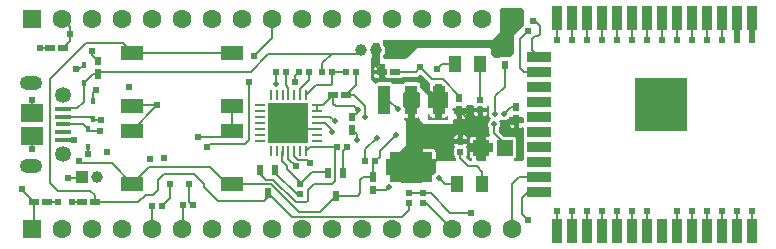
<source format=gtl>
G04 Layer: TopLayer*
G04 EasyEDA v6.5.42, 2024-04-08 08:38:15*
G04 e5b43dc0649c40c7af9ec927a61642e9,25835901624346e3b29966769a4e042a,10*
G04 Gerber Generator version 0.2*
G04 Scale: 100 percent, Rotated: No, Reflected: No *
G04 Dimensions in inches *
G04 leading zeros omitted , absolute positions ,3 integer and 6 decimal *
%FSLAX36Y36*%
%MOIN*%

%AMMACRO1*21,1,$1,$2,0,0,$3*%
%ADD10C,0.0060*%
%ADD11C,0.0210*%
%ADD12R,0.0207X0.0362*%
%ADD13MACRO1,0.0213X0.0311X-90.0000*%
%ADD14MACRO1,0.0213X0.0311X0.0000*%
%ADD15R,0.0213X0.0311*%
%ADD16MACRO1,0.0213X0.0311X90.0000*%
%ADD17MACRO1,0.0532X0.0555X-90.0000*%
%ADD18R,0.0157X0.0236*%
%ADD19MACRO1,0.0158X0.0512X-90.0000*%
%ADD20R,0.0512X0.0157*%
%ADD21MACRO1,0.0157X0.0512X-90.0000*%
%ADD22R,0.0748X0.0591*%
%ADD23MACRO1,0.0394X0.0551X0.0000*%
%ADD24R,0.0394X0.0551*%
%ADD25MACRO1,0.0213X0.0223X0.0000*%
%ADD26R,0.0213X0.0223*%
%ADD27MACRO1,0.0213X0.0223X-90.0000*%
%ADD28MACRO1,0.0213X0.0223X90.0000*%
%ADD29R,0.0386X0.0972*%
%ADD30MACRO1,0.1417X0.0972X0.0000*%
%ADD31R,0.0356X0.0110*%
%ADD32R,0.0110X0.0356*%
%ADD33R,0.1319X0.1319*%
%ADD34R,0.0374X0.0827*%
%ADD35R,0.0827X0.0374*%
%ADD36R,0.0354X0.0354*%
%ADD37R,0.0748X0.0512*%
%ADD38MACRO1,0.063X0.063X0.0000*%
%ADD39C,0.0630*%
%ADD40C,0.0394*%
%ADD41C,0.0532*%
%ADD42O,0.074803X0.047240000000000004*%
%ADD43R,0.0394X0.0394*%
%ADD44C,0.0244*%
%ADD45C,0.0200*%
%ADD46C,0.0240*%
%ADD47C,0.0113*%

%LPD*%
G36*
X2228900Y819300D02*
G01*
X2227360Y819599D01*
X2226080Y820480D01*
X2225200Y821760D01*
X2224900Y823300D01*
X2224900Y827200D01*
X2225140Y828560D01*
X2225820Y829760D01*
X2226660Y830780D01*
X2229000Y834720D01*
X2230720Y838960D01*
X2231760Y843420D01*
X2232100Y847980D01*
X2231760Y852540D01*
X2230720Y856979D01*
X2229000Y861240D01*
X2226660Y865160D01*
X2225820Y866200D01*
X2225140Y867400D01*
X2224900Y868740D01*
X2224900Y877400D01*
X2225200Y878940D01*
X2226080Y880220D01*
X2227360Y881100D01*
X2228900Y881400D01*
X2591000Y881400D01*
X2591680Y881680D01*
X2613220Y903220D01*
X2613500Y903900D01*
X2613500Y979740D01*
X2613800Y981280D01*
X2614680Y982580D01*
X2618820Y986720D01*
X2620120Y987600D01*
X2621660Y987900D01*
X2686139Y987900D01*
X2687679Y987600D01*
X2688980Y986720D01*
X2692320Y983379D01*
X2693200Y982080D01*
X2693500Y980540D01*
X2693500Y929640D01*
X2693140Y928000D01*
X2692140Y926640D01*
X2690840Y925500D01*
X2689600Y924000D01*
X2663080Y897480D01*
X2662799Y896800D01*
X2662799Y839560D01*
X2662500Y838020D01*
X2661620Y836720D01*
X2649380Y824479D01*
X2648159Y823660D01*
X2646720Y823319D01*
X2645240Y823540D01*
X2643900Y824020D01*
X2641400Y824300D01*
X2620600Y824300D01*
X2618100Y824020D01*
X2615960Y823259D01*
X2614020Y822039D01*
X2613140Y821180D01*
X2611860Y820300D01*
X2610320Y820000D01*
X2599460Y820000D01*
X2597919Y820300D01*
X2596620Y821180D01*
X2584680Y833120D01*
X2583800Y834419D01*
X2583500Y835960D01*
X2583500Y850300D01*
X2583220Y850980D01*
X2580179Y854020D01*
X2579500Y854300D01*
X2338200Y854300D01*
X2337520Y854020D01*
X2303980Y820480D01*
X2302680Y819599D01*
X2301140Y819300D01*
G37*

%LPD*%
G36*
X2377500Y613400D02*
G01*
X2375960Y613700D01*
X2374680Y614580D01*
X2373800Y615860D01*
X2373500Y617400D01*
X2373500Y629600D01*
X2373820Y631160D01*
X2374720Y632460D01*
X2376060Y633320D01*
X2377620Y633580D01*
X2379180Y633220D01*
X2380460Y632280D01*
X2381280Y630920D01*
X2382100Y628580D01*
X2383300Y626640D01*
X2384920Y625040D01*
X2386840Y623820D01*
X2389000Y623080D01*
X2391480Y622800D01*
X2398400Y622800D01*
X2398400Y654800D01*
X2377500Y654800D01*
X2375960Y655100D01*
X2374680Y655980D01*
X2373800Y657280D01*
X2373500Y658800D01*
X2373500Y698300D01*
X2373220Y699080D01*
X2350660Y721640D01*
X2349800Y722940D01*
X2349500Y724460D01*
X2349500Y730020D01*
X2349220Y732500D01*
X2348460Y734659D01*
X2347240Y736580D01*
X2345640Y738199D01*
X2343700Y739400D01*
X2341560Y740160D01*
X2339060Y740440D01*
X2300940Y740440D01*
X2298440Y740160D01*
X2296300Y739400D01*
X2294380Y738199D01*
X2292360Y736120D01*
X2291040Y735220D01*
X2289480Y734900D01*
X2259960Y734900D01*
X2258400Y735220D01*
X2257100Y736120D01*
X2255060Y738199D01*
X2253160Y739400D01*
X2251000Y740160D01*
X2248520Y740440D01*
X2210380Y740440D01*
X2207900Y740160D01*
X2205740Y739400D01*
X2203820Y738199D01*
X2202540Y736919D01*
X2201240Y736040D01*
X2199720Y735740D01*
X2198180Y736040D01*
X2196880Y736919D01*
X2185280Y748520D01*
X2184400Y749820D01*
X2184100Y751360D01*
X2184100Y817200D01*
X2184440Y818820D01*
X2185400Y820140D01*
X2186800Y820980D01*
X2188440Y821180D01*
X2189900Y820759D01*
X2189900Y835639D01*
X2188100Y835639D01*
X2186560Y835939D01*
X2185280Y836800D01*
X2184400Y838100D01*
X2184100Y839640D01*
X2184100Y856320D01*
X2184400Y857840D01*
X2185280Y859140D01*
X2186560Y860020D01*
X2188100Y860320D01*
X2189900Y860320D01*
X2189900Y866000D01*
X2190200Y867540D01*
X2191060Y868820D01*
X2192360Y869700D01*
X2193900Y870000D01*
X2210580Y870000D01*
X2212100Y869700D01*
X2213400Y868820D01*
X2214280Y867540D01*
X2214580Y866000D01*
X2214580Y857300D01*
X2214700Y856320D01*
X2214700Y839640D01*
X2214580Y838660D01*
X2214580Y817720D01*
X2215380Y815900D01*
X2215600Y814580D01*
X2215600Y803700D01*
X2215880Y803020D01*
X2217100Y801700D01*
X2217800Y801500D01*
X2227780Y801500D01*
X2229320Y801200D01*
X2230600Y800320D01*
X2231480Y799040D01*
X2231780Y797500D01*
X2231780Y782159D01*
X2234660Y782159D01*
X2236200Y781860D01*
X2237500Y781000D01*
X2238360Y779700D01*
X2238660Y778160D01*
X2238660Y770540D01*
X2238360Y769000D01*
X2237500Y767700D01*
X2236200Y766840D01*
X2234660Y766540D01*
X2231780Y766540D01*
X2231780Y753520D01*
X2236840Y753520D01*
X2239320Y753800D01*
X2241640Y754620D01*
X2242960Y754840D01*
X2244280Y754620D01*
X2246600Y753800D01*
X2249100Y753520D01*
X2279740Y753520D01*
X2282240Y753800D01*
X2284380Y754560D01*
X2286320Y755759D01*
X2288820Y758340D01*
X2289980Y758940D01*
X2291260Y759160D01*
X2334160Y759160D01*
X2337320Y759460D01*
X2340160Y760320D01*
X2342780Y761740D01*
X2345520Y764020D01*
X2346820Y764900D01*
X2348360Y765200D01*
X2351640Y765200D01*
X2353180Y764900D01*
X2354480Y764020D01*
X2379120Y739400D01*
X2380560Y738199D01*
X2381580Y736960D01*
X2382000Y735400D01*
X2381800Y733800D01*
X2381340Y732500D01*
X2381060Y730020D01*
X2381060Y708420D01*
X2398400Y708420D01*
X2398400Y730800D01*
X2398700Y732340D01*
X2399580Y733620D01*
X2400880Y734500D01*
X2402400Y734800D01*
X2418700Y734800D01*
X2420220Y734500D01*
X2421520Y733620D01*
X2422400Y732340D01*
X2422700Y730800D01*
X2422700Y708420D01*
X2439300Y708420D01*
X2440840Y708120D01*
X2442120Y707260D01*
X2443000Y705960D01*
X2443300Y704419D01*
X2443300Y658800D01*
X2443000Y657280D01*
X2442120Y655980D01*
X2440840Y655100D01*
X2439300Y654800D01*
X2422700Y654800D01*
X2422700Y622800D01*
X2429620Y622800D01*
X2432100Y623080D01*
X2434260Y623820D01*
X2436180Y625040D01*
X2437760Y626180D01*
X2439300Y626500D01*
X2440840Y626180D01*
X2442120Y625320D01*
X2443000Y624020D01*
X2443300Y622500D01*
X2443300Y617400D01*
X2443000Y615860D01*
X2442120Y614580D01*
X2440840Y613700D01*
X2439300Y613400D01*
G37*

%LPC*%
G36*
X2206180Y753520D02*
G01*
X2211220Y753520D01*
X2211220Y766540D01*
X2195760Y766540D01*
X2195760Y763940D01*
X2196040Y761460D01*
X2196780Y759300D01*
X2198000Y757380D01*
X2199600Y755759D01*
X2201540Y754560D01*
X2203680Y753800D01*
G37*
G36*
X2195760Y782159D02*
G01*
X2211220Y782159D01*
X2211220Y795180D01*
X2206180Y795180D01*
X2203680Y794900D01*
X2201540Y794140D01*
X2199600Y792940D01*
X2198000Y791320D01*
X2196780Y789400D01*
X2196040Y787240D01*
X2195760Y784760D01*
G37*

%LPD*%
G36*
X3069400Y578200D02*
G01*
X3067860Y578500D01*
X3066580Y579380D01*
X3065700Y580660D01*
X3065400Y582200D01*
X3065400Y750400D01*
X3065700Y751940D01*
X3066580Y753220D01*
X3067860Y754100D01*
X3069400Y754400D01*
X3235200Y754400D01*
X3236740Y754100D01*
X3238020Y753220D01*
X3238900Y751940D01*
X3239200Y750400D01*
X3239200Y582200D01*
X3238900Y580660D01*
X3238020Y579380D01*
X3236740Y578500D01*
X3235200Y578200D01*
G37*

%LPD*%
G36*
X2664600Y478900D02*
G01*
X2662940Y479260D01*
X2661560Y480300D01*
X2660760Y481820D01*
X2660659Y483519D01*
X2661280Y485120D01*
X2662520Y486320D01*
X2664960Y487819D01*
X2666560Y489400D01*
X2667780Y491340D01*
X2668519Y493480D01*
X2668800Y495980D01*
X2668800Y548680D01*
X2668519Y551160D01*
X2667780Y553320D01*
X2666560Y555240D01*
X2664940Y556860D01*
X2663020Y558060D01*
X2660880Y558820D01*
X2658380Y559100D01*
X2629060Y559100D01*
X2627520Y559400D01*
X2626220Y560280D01*
X2611380Y575120D01*
X2610500Y576420D01*
X2610200Y577960D01*
X2610200Y585420D01*
X2610400Y586660D01*
X2610960Y587780D01*
X2612320Y589640D01*
X2613900Y592900D01*
X2614860Y596400D01*
X2615179Y600000D01*
X2614860Y603600D01*
X2613900Y607100D01*
X2612900Y609160D01*
X2612500Y610720D01*
X2612760Y612300D01*
X2613620Y613660D01*
X2614940Y614580D01*
X2616500Y614900D01*
X2636400Y614900D01*
X2637080Y615180D01*
X2638260Y616360D01*
X2642660Y619300D01*
X2645200Y621720D01*
X2646420Y623060D01*
X2647520Y623620D01*
X2648759Y623820D01*
X2662180Y623820D01*
X2662180Y626700D01*
X2662480Y628240D01*
X2663360Y629540D01*
X2664660Y630400D01*
X2666180Y630700D01*
X2673820Y630700D01*
X2675340Y630400D01*
X2676640Y629540D01*
X2677520Y628240D01*
X2677820Y626700D01*
X2677820Y623820D01*
X2690040Y623820D01*
X2691560Y623520D01*
X2692860Y622640D01*
X2693740Y621340D01*
X2694040Y619820D01*
X2694040Y607260D01*
X2693740Y605740D01*
X2692860Y604440D01*
X2691560Y603560D01*
X2690040Y603260D01*
X2677820Y603260D01*
X2677820Y587780D01*
X2680400Y587780D01*
X2682900Y588060D01*
X2685040Y588820D01*
X2688500Y591140D01*
X2690040Y591440D01*
X2691560Y591140D01*
X2692860Y590260D01*
X2693740Y588960D01*
X2694040Y587440D01*
X2694040Y556520D01*
X2694320Y554040D01*
X2695280Y551360D01*
X2695520Y550000D01*
X2695280Y548640D01*
X2694320Y545940D01*
X2694040Y543460D01*
X2694040Y506520D01*
X2694320Y504040D01*
X2695280Y501360D01*
X2695520Y500000D01*
X2695280Y498640D01*
X2694320Y495940D01*
X2694040Y493459D01*
X2694040Y484799D01*
X2693740Y483260D01*
X2692860Y481960D01*
X2690980Y480080D01*
X2689680Y479200D01*
X2688140Y478900D01*
G37*

%LPC*%
G36*
X2659600Y587780D02*
G01*
X2662180Y587780D01*
X2662180Y603260D01*
X2649180Y603260D01*
X2649180Y598220D01*
X2649460Y595720D01*
X2650200Y593580D01*
X2651420Y591640D01*
X2653020Y590040D01*
X2654960Y588820D01*
X2657100Y588060D01*
G37*

%LPD*%
G36*
X2286060Y405900D02*
G01*
X2284540Y406200D01*
X2283240Y407080D01*
X2282380Y408360D01*
X2282060Y409900D01*
X2282060Y431580D01*
X2237600Y431580D01*
X2236060Y431880D01*
X2234780Y432740D01*
X2233900Y434040D01*
X2233600Y435580D01*
X2233600Y481200D01*
X2233900Y482720D01*
X2234780Y484020D01*
X2236060Y484900D01*
X2237600Y485200D01*
X2282060Y485200D01*
X2282060Y510220D01*
X2282280Y511520D01*
X2282900Y512660D01*
X2283840Y513560D01*
X2284780Y514180D01*
X2301520Y530920D01*
X2301800Y531600D01*
X2301800Y609500D01*
X2301520Y610180D01*
X2295460Y616240D01*
X2294560Y617600D01*
X2294300Y619220D01*
X2294680Y620800D01*
X2295680Y622100D01*
X2297120Y622880D01*
X2298740Y623040D01*
X2300940Y622800D01*
X2307860Y622800D01*
X2307860Y654800D01*
X2297520Y654800D01*
X2296060Y655080D01*
X2294800Y655879D01*
X2293900Y657060D01*
X2292900Y659160D01*
X2292500Y660900D01*
X2292500Y704419D01*
X2292800Y705960D01*
X2293680Y707260D01*
X2294960Y708120D01*
X2296500Y708420D01*
X2307860Y708420D01*
X2307860Y720699D01*
X2308160Y722240D01*
X2309020Y723520D01*
X2310320Y724400D01*
X2311860Y724700D01*
X2328140Y724700D01*
X2329680Y724400D01*
X2330980Y723520D01*
X2331840Y722240D01*
X2332140Y720699D01*
X2332140Y708420D01*
X2342800Y708420D01*
X2344340Y708120D01*
X2345620Y707260D01*
X2346500Y705960D01*
X2346800Y704419D01*
X2346800Y658800D01*
X2346500Y657280D01*
X2345620Y655980D01*
X2344340Y655100D01*
X2342800Y654800D01*
X2332140Y654800D01*
X2332140Y622800D01*
X2339060Y622800D01*
X2343040Y623260D01*
X2344500Y622900D01*
X2345720Y622000D01*
X2346520Y620740D01*
X2346800Y619260D01*
X2346800Y616300D01*
X2347080Y615620D01*
X2361520Y601180D01*
X2362200Y600900D01*
X2454140Y600900D01*
X2455680Y600600D01*
X2456980Y599720D01*
X2457740Y599020D01*
X2457800Y599300D01*
X2457800Y612240D01*
X2458100Y613780D01*
X2458980Y615080D01*
X2460520Y616620D01*
X2460840Y617080D01*
X2462100Y618280D01*
X2463740Y618840D01*
X2465480Y618640D01*
X2467100Y618060D01*
X2469600Y617780D01*
X2472180Y617780D01*
X2472180Y633260D01*
X2464800Y633260D01*
X2463260Y633560D01*
X2461980Y634440D01*
X2461100Y635740D01*
X2460800Y637260D01*
X2460800Y643500D01*
X2460520Y644180D01*
X2457720Y646979D01*
X2456840Y648280D01*
X2456540Y649820D01*
X2456840Y651340D01*
X2457720Y652640D01*
X2459000Y653520D01*
X2460540Y653820D01*
X2472180Y653820D01*
X2472180Y656700D01*
X2472480Y658240D01*
X2473360Y659539D01*
X2474660Y660400D01*
X2476180Y660699D01*
X2483820Y660699D01*
X2485340Y660400D01*
X2486640Y659539D01*
X2487520Y658240D01*
X2487820Y656700D01*
X2487820Y653820D01*
X2500840Y653820D01*
X2500840Y658900D01*
X2501140Y660440D01*
X2502000Y661720D01*
X2503300Y662600D01*
X2504840Y662900D01*
X2525180Y662900D01*
X2526700Y662600D01*
X2528000Y661720D01*
X2528860Y660440D01*
X2529180Y658900D01*
X2529180Y656020D01*
X2542180Y656020D01*
X2542180Y656700D01*
X2542480Y658240D01*
X2543360Y659539D01*
X2544660Y660400D01*
X2546180Y660699D01*
X2553820Y660699D01*
X2555340Y660400D01*
X2556640Y659539D01*
X2557520Y658240D01*
X2557820Y656700D01*
X2557820Y656020D01*
X2570840Y656020D01*
X2570840Y658900D01*
X2571139Y660440D01*
X2572000Y661720D01*
X2573300Y662600D01*
X2574840Y662900D01*
X2575800Y662900D01*
X2577340Y662600D01*
X2578620Y661720D01*
X2579500Y660440D01*
X2579800Y658900D01*
X2579800Y626300D01*
X2580080Y625620D01*
X2583480Y622220D01*
X2584400Y620820D01*
X2584640Y619160D01*
X2584200Y617560D01*
X2583140Y616260D01*
X2581060Y614580D01*
X2578680Y611860D01*
X2576820Y608760D01*
X2575539Y605360D01*
X2574900Y601800D01*
X2574900Y598200D01*
X2575539Y594640D01*
X2576820Y591240D01*
X2579540Y586740D01*
X2579800Y585340D01*
X2579800Y570200D01*
X2580120Y567040D01*
X2580960Y564260D01*
X2581120Y562780D01*
X2580720Y561360D01*
X2579840Y560160D01*
X2578580Y559380D01*
X2577120Y559100D01*
X2568480Y559100D01*
X2568480Y538120D01*
X2588900Y538120D01*
X2590419Y537800D01*
X2591720Y536940D01*
X2592580Y535640D01*
X2592900Y534120D01*
X2592900Y510540D01*
X2592580Y509000D01*
X2591720Y507700D01*
X2590419Y506840D01*
X2588900Y506540D01*
X2568480Y506540D01*
X2568480Y482900D01*
X2568180Y481360D01*
X2567320Y480080D01*
X2566019Y479200D01*
X2564480Y478900D01*
X2539740Y478900D01*
X2538200Y479200D01*
X2536900Y480080D01*
X2536040Y481360D01*
X2535740Y482900D01*
X2535740Y506540D01*
X2514160Y506540D01*
X2514160Y495980D01*
X2514440Y493480D01*
X2515180Y491340D01*
X2516400Y489400D01*
X2518000Y487819D01*
X2520440Y486320D01*
X2521680Y485120D01*
X2522300Y483519D01*
X2522200Y481820D01*
X2521400Y480300D01*
X2520020Y479260D01*
X2518360Y478900D01*
X2514260Y478900D01*
X2512720Y479200D01*
X2511420Y480080D01*
X2503420Y488080D01*
X2502640Y489180D01*
X2502260Y490460D01*
X2502340Y491800D01*
X2503080Y493400D01*
X2503840Y495560D01*
X2504120Y498040D01*
X2504120Y519860D01*
X2503840Y522360D01*
X2503020Y524680D01*
X2502800Y526000D01*
X2503020Y527320D01*
X2503840Y529640D01*
X2504120Y532120D01*
X2504120Y534960D01*
X2491100Y534960D01*
X2491100Y534300D01*
X2490800Y532760D01*
X2489920Y531460D01*
X2488640Y530600D01*
X2487100Y530300D01*
X2479480Y530300D01*
X2477940Y530600D01*
X2476640Y531460D01*
X2475780Y532760D01*
X2475480Y534300D01*
X2475480Y534960D01*
X2462460Y534960D01*
X2462460Y532120D01*
X2462740Y529640D01*
X2463540Y527320D01*
X2463780Y526000D01*
X2463540Y524680D01*
X2462740Y522360D01*
X2462460Y519860D01*
X2462460Y498040D01*
X2462740Y495560D01*
X2463480Y493400D01*
X2464700Y491480D01*
X2467540Y488600D01*
X2468100Y486920D01*
X2468460Y483300D01*
X2468280Y481659D01*
X2467460Y480220D01*
X2466100Y479240D01*
X2464480Y478900D01*
X2408200Y478900D01*
X2407260Y478360D01*
X2403080Y474180D01*
X2402800Y473500D01*
X2402800Y441100D01*
X2402540Y439700D01*
X2401820Y438480D01*
X2400700Y437580D01*
X2399320Y436840D01*
X2396480Y434580D01*
X2395060Y432939D01*
X2393700Y431940D01*
X2392040Y431580D01*
X2357940Y431580D01*
X2357940Y409900D01*
X2357620Y408360D01*
X2356760Y407080D01*
X2355460Y406200D01*
X2353940Y405900D01*
G37*

%LPC*%
G36*
X2357940Y485200D02*
G01*
X2401060Y485200D01*
X2401060Y506780D01*
X2400780Y509280D01*
X2400040Y511420D01*
X2398820Y513360D01*
X2397200Y514960D01*
X2395280Y516180D01*
X2393140Y516920D01*
X2390640Y517200D01*
X2357940Y517200D01*
G37*
G36*
X2514160Y538120D02*
G01*
X2535740Y538120D01*
X2535740Y559100D01*
X2524580Y559100D01*
X2522080Y558820D01*
X2519940Y558060D01*
X2518000Y556860D01*
X2516400Y555240D01*
X2515180Y553320D01*
X2514440Y551160D01*
X2514160Y548680D01*
G37*
G36*
X2491100Y551100D02*
G01*
X2504120Y551100D01*
X2504120Y553940D01*
X2503840Y556440D01*
X2503080Y558580D01*
X2501860Y560520D01*
X2500260Y562120D01*
X2498320Y563340D01*
X2496180Y564100D01*
X2493700Y564380D01*
X2491100Y564380D01*
G37*
G36*
X2462460Y551100D02*
G01*
X2475480Y551100D01*
X2475480Y564380D01*
X2472880Y564380D01*
X2470400Y564100D01*
X2468240Y563340D01*
X2466320Y562120D01*
X2464700Y560520D01*
X2463480Y558580D01*
X2462740Y556440D01*
X2462460Y553940D01*
G37*
G36*
X2487820Y617780D02*
G01*
X2490400Y617780D01*
X2492900Y618060D01*
X2495040Y618820D01*
X2496980Y620040D01*
X2498580Y621640D01*
X2499800Y623580D01*
X2500540Y625720D01*
X2500840Y628220D01*
X2500840Y633260D01*
X2487820Y633260D01*
G37*
G36*
X2557820Y626620D02*
G01*
X2560400Y626620D01*
X2562900Y626900D01*
X2565040Y627660D01*
X2566980Y628880D01*
X2568580Y630480D01*
X2569800Y632420D01*
X2570539Y634560D01*
X2570840Y637040D01*
X2570840Y639900D01*
X2557820Y639900D01*
G37*
G36*
X2539600Y626620D02*
G01*
X2542180Y626620D01*
X2542180Y639900D01*
X2529180Y639900D01*
X2529180Y637040D01*
X2529460Y634560D01*
X2530200Y632420D01*
X2531420Y630480D01*
X2533020Y628880D01*
X2534960Y627660D01*
X2537100Y626900D01*
G37*

%LPD*%
D10*
X2804430Y245664D02*
G01*
X2804430Y310000D01*
X2854430Y245664D02*
G01*
X2854430Y310000D01*
X2904430Y245664D02*
G01*
X2904430Y310000D01*
X2954430Y245664D02*
G01*
X2954430Y310000D01*
X3004430Y245664D02*
G01*
X3004430Y310000D01*
X3054430Y245664D02*
G01*
X3054430Y310000D01*
X3104430Y245664D02*
G01*
X3104430Y310000D01*
X3204430Y245664D02*
G01*
X3204430Y310000D01*
X3254430Y245664D02*
G01*
X3254430Y310000D01*
X3304430Y245664D02*
G01*
X3304430Y310000D01*
X3354430Y245664D02*
G01*
X3354430Y310000D01*
X3404430Y245664D02*
G01*
X3404430Y310000D01*
X3454430Y245664D02*
G01*
X3454430Y310000D01*
X3354430Y954335D02*
G01*
X3354430Y880000D01*
X3304430Y954335D02*
G01*
X3304430Y880000D01*
X3254430Y954335D02*
G01*
X3254430Y880000D01*
X3204430Y954335D02*
G01*
X3204430Y880000D01*
X3154430Y954335D02*
G01*
X3154430Y880000D01*
X3104430Y954335D02*
G01*
X3104430Y880000D01*
X3054430Y954335D02*
G01*
X3054430Y880000D01*
X3004430Y954335D02*
G01*
X3004430Y880000D01*
X2954430Y954335D02*
G01*
X2954430Y880000D01*
X2904430Y954335D02*
G01*
X2904430Y880000D01*
X2854430Y954335D02*
G01*
X2854430Y880000D01*
X2804430Y954335D02*
G01*
X2804430Y880000D01*
X2745569Y774994D02*
G01*
X2696004Y774994D01*
X2683000Y788000D01*
X2683000Y871999D01*
X2683000Y885999D01*
X2706999Y910000D01*
X2264423Y774353D02*
G01*
X2334353Y774353D01*
X2350000Y790000D01*
X2466665Y800913D02*
G01*
X2420913Y800913D01*
X2405000Y785000D01*
X2102201Y697343D02*
G01*
X2127655Y697343D01*
X2165000Y660000D01*
X2165000Y625000D01*
X1867264Y774935D02*
G01*
X1867264Y735000D01*
X1945228Y774380D02*
G01*
X1931000Y760149D01*
X1931000Y740999D01*
X2670000Y656460D02*
G01*
X2651459Y656460D01*
X2630000Y635000D01*
X2631000Y798539D02*
G01*
X2631000Y725999D01*
X2600000Y695000D01*
X2600000Y635000D01*
X2745569Y424994D02*
G01*
X2679994Y424994D01*
X2655000Y400000D01*
X2655000Y250000D01*
X2745569Y374994D02*
G01*
X2709994Y374994D01*
X2690000Y355000D01*
X2690000Y300000D01*
X2710000Y280000D01*
X2520000Y305000D02*
G01*
X2450000Y305000D01*
X2383765Y371235D01*
X2357452Y371235D01*
X2357500Y371199D02*
G01*
X2311499Y371599D01*
X2357452Y337154D02*
G01*
X2367844Y337154D01*
X2455000Y250000D01*
X2190555Y381439D02*
G01*
X2236439Y381439D01*
X2245000Y390000D01*
X2472959Y399618D02*
G01*
X2430819Y399618D01*
X2410437Y420000D01*
X1556894Y331232D02*
G01*
X1556894Y251894D01*
X1555000Y250000D01*
X1455200Y329200D02*
G01*
X1455000Y250000D01*
X1590972Y331233D02*
G01*
X1580000Y342204D01*
X1580000Y400000D01*
X1489306Y329194D02*
G01*
X1515000Y354888D01*
X1515000Y400000D01*
X2229449Y681610D02*
G01*
X2243389Y681610D01*
X2275000Y650000D01*
X2480000Y643539D02*
G01*
X2481459Y643539D01*
X2515000Y610000D01*
X2530000Y610000D01*
X2550000Y647959D02*
G01*
X2550000Y630000D01*
X2530000Y610000D01*
X2630848Y522325D02*
G01*
X2630848Y534151D01*
X2595000Y570000D01*
X2595000Y600000D01*
X2670000Y613539D02*
G01*
X2656459Y600000D01*
X2630000Y600000D01*
X2199493Y476417D02*
G01*
X2190555Y467478D01*
X2190555Y424358D01*
X2070736Y361035D02*
G01*
X2067565Y361035D01*
X2066999Y361599D01*
X2141599Y361599D01*
X2150000Y370000D01*
X2150000Y415000D01*
X2159359Y424358D01*
X2190556Y424358D01*
X2555699Y399600D02*
G01*
X2556000Y441999D01*
X2536999Y460999D01*
X2508999Y460999D01*
X2483299Y486700D01*
X2483299Y509000D01*
X1969049Y511399D02*
G01*
X1981660Y524009D01*
X2070968Y524009D01*
X2105048Y524009D02*
G01*
X2092590Y511550D01*
X2092590Y436399D01*
X1950000Y401999D02*
G01*
X1988000Y439800D01*
X2033299Y439800D01*
X1910000Y511399D02*
G01*
X1910000Y485999D01*
X1935000Y460999D01*
X2549399Y800900D02*
G01*
X2550000Y681999D01*
X2320000Y681610D02*
G01*
X2328999Y672609D01*
X2328999Y605999D01*
X2320000Y596999D01*
X2320000Y458389D01*
X2552100Y522300D02*
G01*
X2548999Y525399D01*
X2548999Y573000D01*
X2540000Y581999D01*
X2320000Y581999D01*
X2483299Y543000D02*
G01*
X2483500Y581999D01*
X2530000Y610000D02*
G01*
X2530100Y581999D01*
X3096909Y714175D02*
G01*
X3096909Y659054D01*
X3096909Y659054D02*
G01*
X3096909Y603935D01*
X3152030Y714175D02*
G01*
X3152030Y659065D01*
X2745569Y824994D02*
G01*
X2721999Y848564D01*
X2721999Y884000D01*
X2733000Y895000D01*
X2741999Y895000D01*
X2748999Y901999D01*
X2748999Y928000D01*
X2731999Y945000D01*
X2725000Y945000D01*
X2655000Y950000D02*
G01*
X2631000Y925999D01*
X2631000Y841460D01*
X2631000Y841460D02*
G01*
X2607460Y865000D01*
X2301999Y865000D01*
X2284975Y847975D01*
X2252235Y847975D01*
X2410550Y681610D02*
G01*
X2343159Y749000D01*
X2240000Y749000D01*
X2221502Y767498D01*
X2221502Y774351D01*
X2221502Y774351D02*
G01*
X2202235Y793618D01*
X2202235Y847975D01*
X2152235Y847975D02*
G01*
X2140259Y835999D01*
X2053999Y835999D01*
X2022635Y804634D01*
X2022635Y773454D01*
X1969049Y698600D02*
G01*
X2000450Y730000D01*
X2051999Y730000D01*
X2056715Y734715D01*
X2056715Y773454D01*
X2102600Y774000D02*
G01*
X2056700Y773499D01*
X2102200Y697343D02*
G01*
X2136715Y731858D01*
X2136715Y774009D01*
X1949399Y698600D02*
G01*
X1949399Y718299D01*
X1979300Y748200D01*
X1979300Y774400D01*
X1910000Y698600D02*
G01*
X1910000Y721999D01*
X1901300Y730700D01*
X1901300Y774899D01*
X1275555Y768661D02*
G01*
X1280893Y774000D01*
X1783999Y774000D01*
X1840000Y830000D01*
X1840000Y830999D01*
X1845000Y835999D01*
X2053999Y835999D01*
X1226984Y737764D02*
G01*
X1257879Y768661D01*
X1275555Y768661D01*
X1157357Y651179D02*
G01*
X1160177Y654000D01*
X1205000Y654000D01*
X1226984Y675983D01*
X1226984Y737764D01*
X1157358Y625601D02*
G01*
X1249879Y625601D01*
X1256999Y618479D01*
X1157358Y600000D02*
G01*
X1224520Y600000D01*
X1241000Y583519D01*
X1389650Y838580D02*
G01*
X1720349Y838580D01*
X2059279Y697343D02*
G01*
X2025996Y664059D01*
X2003599Y664059D01*
X2003599Y644369D02*
G01*
X2003599Y664059D01*
X2122997Y580540D02*
G01*
X2136999Y566538D01*
X2136999Y546999D01*
X2122997Y623458D02*
G01*
X2141999Y642460D01*
X2141999Y648000D01*
X2165412Y476417D02*
G01*
X2165412Y516412D01*
X2203999Y555000D01*
X2141999Y648000D02*
G01*
X2128999Y661001D01*
X2067002Y661001D01*
X2059282Y668721D01*
X2059282Y697343D01*
X1241000Y583524D02*
G01*
X1246525Y578000D01*
X1281999Y578000D01*
X1256999Y618474D02*
G01*
X1261475Y614000D01*
X1286000Y614000D01*
X2003599Y624699D02*
G01*
X2049399Y624699D01*
X2064399Y609699D01*
X1720352Y578578D02*
G01*
X1699171Y557399D01*
X1610000Y557399D01*
X1389647Y661421D02*
G01*
X1391228Y663000D01*
X1470399Y663000D01*
X1241000Y524475D02*
G01*
X1241000Y501999D01*
X1256999Y677525D02*
G01*
X1256999Y704000D01*
X1268000Y715000D01*
X1275559Y811579D02*
G01*
X1255000Y832139D01*
X1255000Y843899D01*
X1226984Y796815D02*
G01*
X1213168Y783000D01*
X1201999Y783000D01*
X1114700Y854200D02*
G01*
X1083000Y854000D01*
X1389600Y838600D02*
G01*
X1358199Y870000D01*
X1236000Y870000D01*
X1116000Y750000D01*
X1116000Y405999D01*
X1143000Y379000D01*
X1250000Y379000D01*
X1264200Y364800D01*
X1264200Y339899D01*
X1157399Y548800D02*
G01*
X1193999Y549000D01*
X1105900Y341199D02*
G01*
X1143000Y340999D01*
X1221300Y339899D02*
G01*
X1188999Y340000D01*
X1054600Y639400D02*
G01*
X1055000Y680999D01*
X1054600Y560599D02*
G01*
X1055000Y518000D01*
X1389650Y401419D02*
G01*
X1321069Y470000D01*
X1265000Y470000D01*
X1389650Y401419D02*
G01*
X1321069Y470000D01*
X1221999Y470000D01*
X1213000Y479000D01*
X1213000Y479000D01*
X1389650Y401419D02*
G01*
X1445230Y456999D01*
X1648000Y456999D01*
X1703580Y401419D01*
X1720349Y401419D01*
X1795000Y828000D02*
G01*
X1855000Y888000D01*
X1855000Y950000D01*
X1062983Y341233D02*
G01*
X1022200Y382015D01*
X1022200Y384600D01*
X1055000Y250000D02*
G01*
X1062983Y257984D01*
X1062983Y341232D01*
X1223055Y425715D02*
G01*
X1218341Y420999D01*
X1173999Y420999D01*
X1157573Y854194D02*
G01*
X1180699Y877321D01*
X1180699Y900199D01*
X1890299Y511399D02*
G01*
X1888999Y510100D01*
X1888999Y478000D01*
X1906000Y460999D01*
X1906000Y450999D01*
X1950000Y406999D01*
X1950000Y401999D01*
X1636999Y524000D02*
G01*
X1646999Y534000D01*
X1701000Y534000D01*
X1746999Y534000D01*
X1766000Y534000D01*
X1780000Y548000D01*
X1780000Y741999D01*
X1841846Y357701D02*
G01*
X1829144Y345000D01*
X1675000Y345000D01*
X1630000Y390000D01*
X1630000Y400000D01*
X1595000Y435000D01*
X1495000Y435000D01*
X1475000Y415000D01*
X1475000Y380000D01*
X1460000Y365000D01*
X1434340Y365000D01*
X1409275Y339935D01*
X1264237Y339935D01*
X1840303Y372271D02*
G01*
X1920576Y291999D01*
X2290000Y291999D01*
X2311526Y313526D01*
X2311526Y337525D01*
X1865900Y447100D02*
G01*
X1865900Y439099D01*
X1936999Y368000D01*
X1950000Y368000D01*
X1814700Y447100D02*
G01*
X1814700Y435300D01*
X1833999Y415999D01*
X1858999Y415999D01*
X1935000Y340000D01*
X1970000Y340000D01*
X1975000Y345000D01*
X1975000Y380000D01*
X1995000Y400000D01*
X2055000Y400000D01*
X2065000Y410000D01*
X2065000Y518000D01*
X2071000Y524000D01*
X2066999Y361599D02*
G01*
X2014399Y309000D01*
X1945000Y309000D01*
X1852600Y401399D01*
X1720399Y401399D01*
X2003599Y585320D02*
G01*
X1929679Y585320D01*
X1910000Y605000D01*
X1929700Y511399D02*
G01*
X1929700Y494600D01*
X1943299Y480999D01*
X1971999Y480999D01*
X1981000Y471999D01*
X2003599Y605000D02*
G01*
X2030900Y605000D01*
X2054499Y581399D01*
X2054499Y574499D01*
X1389647Y578578D02*
G01*
X1389650Y578580D01*
X1470399Y663000D01*
X1720349Y578580D02*
G01*
X1720349Y661419D01*
X2199493Y476417D02*
G01*
X2215600Y492523D01*
X2215600Y511500D01*
X2269499Y565399D01*
X2269700Y565399D01*
D11*
X3454430Y954335D02*
G01*
X3454430Y880000D01*
X3404430Y954335D02*
G01*
X3404430Y880000D01*
D10*
X1155000Y950000D02*
G01*
X1180699Y924299D01*
X1180699Y900199D01*
X2480000Y686500D02*
G01*
X2480000Y693699D01*
X2423699Y750000D01*
X2390000Y750000D01*
X2350000Y790000D01*
D12*
G01*
X2092590Y436399D03*
G01*
X2041409Y436399D03*
G01*
X2066999Y361599D03*
G01*
X1865889Y447069D03*
G01*
X1814709Y447069D03*
G01*
X1840299Y372269D03*
D13*
G01*
X2221503Y774351D03*
G01*
X2264421Y774351D03*
D14*
G01*
X2480000Y643541D03*
D15*
G01*
X2480000Y686460D03*
D13*
G01*
X2059281Y697343D03*
G01*
X2102199Y697343D03*
D14*
G01*
X2123000Y580540D03*
D15*
G01*
X2123000Y623460D03*
D14*
G01*
X1275554Y768661D03*
D15*
G01*
X1275559Y811579D03*
D13*
G01*
X1062984Y341232D03*
G01*
X1105902Y341232D03*
D16*
G01*
X1157569Y854194D03*
G01*
X1114651Y854194D03*
D14*
G01*
X2670000Y613541D03*
D15*
G01*
X2670000Y656460D03*
D14*
G01*
X2190554Y424358D03*
D15*
G01*
X2190559Y381439D03*
D14*
G01*
X2630999Y841458D03*
D15*
G01*
X2631000Y798539D03*
D16*
G01*
X1264236Y339936D03*
G01*
X1221318Y339936D03*
D17*
G01*
X2552107Y522324D03*
G01*
X2630850Y522324D03*
D18*
G01*
X1226980Y796810D03*
G01*
X1226980Y737759D03*
G01*
X1256999Y677519D03*
G01*
X1256999Y618470D03*
G01*
X1241000Y524470D03*
G01*
X1241000Y583519D03*
D19*
G01*
X1157356Y548800D03*
G01*
X1157356Y574400D03*
D20*
G01*
X1157359Y600000D03*
D19*
G01*
X1157356Y625599D03*
D21*
G01*
X1157356Y651180D03*
D22*
G01*
X1054600Y560630D03*
G01*
X1054610Y639369D03*
D23*
G01*
X2466662Y800914D03*
D24*
G01*
X2549359Y800909D03*
D23*
G01*
X2472959Y399618D03*
D24*
G01*
X2555659Y399619D03*
D25*
G01*
X2550000Y647959D03*
D26*
G01*
X2550000Y682040D03*
D25*
G01*
X2483285Y543038D03*
D26*
G01*
X2483289Y508960D03*
D27*
G01*
X1945227Y774380D03*
G01*
X1979308Y774380D03*
D28*
G01*
X1489308Y329194D03*
G01*
X1455227Y329194D03*
G01*
X1590974Y331232D03*
G01*
X1556893Y331232D03*
G01*
X2105048Y524010D03*
G01*
X2070967Y524010D03*
D27*
G01*
X2022634Y773453D03*
G01*
X2056715Y773453D03*
D28*
G01*
X1901345Y774936D03*
G01*
X1867264Y774936D03*
D25*
G01*
X1950000Y367959D03*
D26*
G01*
X1950000Y402040D03*
D27*
G01*
X2102634Y774010D03*
G01*
X2136715Y774010D03*
G01*
X2165412Y476416D03*
G01*
X2199493Y476416D03*
D25*
G01*
X2357453Y337154D03*
D26*
G01*
X2357449Y371239D03*
D25*
G01*
X2311527Y337524D03*
D26*
G01*
X2311530Y371610D03*
D29*
G01*
X2410550Y681610D03*
G01*
X2320000Y681610D03*
G01*
X2229449Y681610D03*
D30*
G01*
X2320000Y458386D03*
D31*
G01*
X2003599Y545949D03*
G01*
X2003599Y565630D03*
G01*
X2003599Y585320D03*
G01*
X2003599Y605000D03*
G01*
X2003599Y624690D03*
G01*
X2003599Y644369D03*
G01*
X2003599Y664059D03*
D32*
G01*
X1969049Y698600D03*
G01*
X1949369Y698600D03*
G01*
X1929679Y698600D03*
G01*
X1910000Y698600D03*
G01*
X1890309Y698600D03*
G01*
X1870630Y698600D03*
G01*
X1850940Y698600D03*
D31*
G01*
X1816400Y664059D03*
G01*
X1816400Y644369D03*
G01*
X1816400Y624690D03*
G01*
X1816400Y605000D03*
G01*
X1816400Y585320D03*
G01*
X1816400Y565630D03*
G01*
X1816400Y545949D03*
D32*
G01*
X1850940Y511399D03*
G01*
X1870630Y511399D03*
G01*
X1890309Y511399D03*
G01*
X1910000Y511399D03*
G01*
X1929679Y511399D03*
G01*
X1949369Y511399D03*
G01*
X1969049Y511399D03*
D33*
G01*
X1910000Y605000D03*
D34*
G01*
X3454430Y954329D03*
G01*
X3404430Y954329D03*
G01*
X3354430Y954329D03*
G01*
X3304430Y954329D03*
G01*
X3254430Y954329D03*
G01*
X3204430Y954329D03*
G01*
X3154430Y954329D03*
G01*
X3104430Y954329D03*
G01*
X3054430Y954329D03*
G01*
X3004430Y954329D03*
G01*
X2954430Y954329D03*
G01*
X2904430Y954329D03*
G01*
X2854430Y954329D03*
G01*
X2804430Y954329D03*
D35*
G01*
X2745569Y824989D03*
G01*
X2745569Y774989D03*
G01*
X2745569Y724989D03*
G01*
X2745569Y674989D03*
G01*
X2745569Y624989D03*
G01*
X2745569Y574989D03*
G01*
X2745569Y524989D03*
G01*
X2745569Y474989D03*
G01*
X2745569Y424989D03*
G01*
X2745569Y374989D03*
D34*
G01*
X2804430Y245670D03*
G01*
X2854430Y245670D03*
G01*
X2904430Y245670D03*
G01*
X2954430Y245670D03*
G01*
X3004430Y245670D03*
G01*
X3054430Y245670D03*
G01*
X3104430Y245670D03*
G01*
X3154430Y245670D03*
G01*
X3204430Y245670D03*
G01*
X3254430Y245670D03*
G01*
X3304430Y245670D03*
G01*
X3354430Y245670D03*
G01*
X3404430Y245670D03*
G01*
X3454430Y245670D03*
D36*
G01*
X3152030Y659059D03*
G01*
X3152030Y714169D03*
G01*
X3152030Y603939D03*
G01*
X3207150Y603939D03*
G01*
X3207150Y659050D03*
G01*
X3207150Y714169D03*
G01*
X3096909Y714169D03*
G01*
X3096909Y659050D03*
G01*
X3096909Y603939D03*
D37*
G01*
X1720349Y401419D03*
G01*
X1389650Y401419D03*
G01*
X1720349Y578580D03*
G01*
X1389650Y578580D03*
G01*
X1389650Y838580D03*
G01*
X1720349Y838580D03*
G01*
X1389650Y661419D03*
G01*
X1720349Y661419D03*
D38*
G01*
X1055000Y950000D03*
D39*
G01*
X1155000Y950000D03*
G01*
X1255000Y950000D03*
G01*
X1355000Y950000D03*
G01*
X1455000Y950000D03*
G01*
X1555000Y950000D03*
G01*
X1655000Y950000D03*
G01*
X1755000Y950000D03*
G01*
X1855000Y950000D03*
G01*
X1955000Y950000D03*
G01*
X2055000Y950000D03*
G01*
X2155000Y950000D03*
G01*
X2255000Y950000D03*
G01*
X2355000Y950000D03*
G01*
X2455000Y950000D03*
G01*
X2555000Y950000D03*
G01*
X2655000Y950000D03*
D38*
G01*
X1055000Y250000D03*
D39*
G01*
X1155000Y250000D03*
G01*
X1255000Y250000D03*
G01*
X1355000Y250000D03*
G01*
X1455000Y250000D03*
G01*
X1555000Y250000D03*
G01*
X1655000Y250000D03*
G01*
X1755000Y250000D03*
G01*
X1855000Y250000D03*
G01*
X1955000Y250000D03*
G01*
X2055000Y250000D03*
G01*
X2155000Y250000D03*
G01*
X2255000Y250000D03*
G01*
X2355000Y250000D03*
G01*
X2455000Y250000D03*
G01*
X2555000Y250000D03*
G01*
X2655000Y250000D03*
D40*
G01*
X2152240Y847970D03*
G01*
X2202240Y847970D03*
G01*
X2252240Y847970D03*
D41*
G01*
X1158149Y698420D03*
G01*
X1158149Y501570D03*
D42*
G01*
X1051859Y462199D03*
G01*
X1051859Y737800D03*
D43*
G01*
X1223059Y425709D03*
D40*
G01*
X1273059Y425709D03*
D44*
G01*
X2804430Y310000D03*
G01*
X2854430Y310000D03*
G01*
X2904430Y310000D03*
G01*
X2954430Y310000D03*
G01*
X3004430Y310000D03*
G01*
X3054430Y310000D03*
G01*
X3104430Y310000D03*
G01*
X3204430Y310000D03*
G01*
X3254430Y310000D03*
G01*
X3304430Y310000D03*
G01*
X3354430Y310000D03*
G01*
X3404430Y310000D03*
G01*
X3454430Y310000D03*
G01*
X3454430Y880000D03*
G01*
X3404430Y880000D03*
G01*
X3354430Y880000D03*
G01*
X3304430Y880000D03*
G01*
X3254430Y880000D03*
G01*
X3204430Y880000D03*
G01*
X3154430Y880000D03*
G01*
X3104430Y880000D03*
G01*
X3054430Y880000D03*
G01*
X3004430Y880000D03*
G01*
X2954430Y880000D03*
G01*
X2904430Y880000D03*
G01*
X2854430Y880000D03*
G01*
X2804430Y880000D03*
G01*
X2706999Y910000D03*
G01*
X2350000Y790000D03*
G01*
X2405000Y785000D03*
D45*
G01*
X2165000Y625000D03*
G01*
X1867269Y735000D03*
D44*
G01*
X1931000Y740999D03*
D45*
G01*
X2630000Y635000D03*
G01*
X2600000Y635000D03*
D44*
G01*
X2710000Y280000D03*
G01*
X2520000Y305000D03*
D45*
G01*
X2245000Y390000D03*
G01*
X2410439Y420000D03*
D44*
G01*
X1981000Y471999D03*
D45*
G01*
X2275000Y650000D03*
G01*
X2530000Y610000D03*
G01*
X2595000Y600000D03*
G01*
X2630000Y600000D03*
D44*
G01*
X1580000Y400000D03*
G01*
X1515000Y400000D03*
D46*
G01*
X1935000Y460999D03*
G01*
X3125000Y603000D03*
D44*
G01*
X3152030Y603930D03*
G01*
X3206000Y630999D03*
G01*
X3205000Y685999D03*
G01*
X3180000Y656999D03*
G01*
X3180000Y601999D03*
G01*
X3151999Y630999D03*
G01*
X2725000Y945000D03*
D45*
G01*
X2064399Y609699D03*
G01*
X2054499Y574499D03*
G01*
X2136999Y546999D03*
G01*
X2141999Y648000D03*
G01*
X2203999Y555000D03*
D44*
G01*
X1281999Y578000D03*
G01*
X1286000Y614000D03*
D45*
G01*
X1867299Y557500D03*
G01*
X1910900Y557699D03*
D44*
G01*
X1610000Y557399D03*
D45*
G01*
X1952700Y556799D03*
D44*
G01*
X1470399Y663000D03*
G01*
X1268000Y715000D03*
G01*
X1241000Y501999D03*
G01*
X1083000Y854000D03*
G01*
X1201999Y783000D03*
G01*
X1255000Y843899D03*
G01*
X1193999Y549000D03*
G01*
X1143000Y340999D03*
G01*
X1188999Y340000D03*
G01*
X1055000Y518000D03*
G01*
X1055000Y680999D03*
G01*
X1303729Y506999D03*
G01*
X1376999Y723899D03*
G01*
X1448999Y485999D03*
G01*
X1493999Y488000D03*
G01*
X1213000Y479000D03*
G01*
X1636999Y524000D03*
G01*
X1780000Y741999D03*
G01*
X1795000Y828000D03*
G01*
X1022200Y384600D03*
G01*
X1173999Y420999D03*
G01*
X1180699Y900199D03*
D45*
G01*
X2269499Y565399D03*
M02*

</source>
